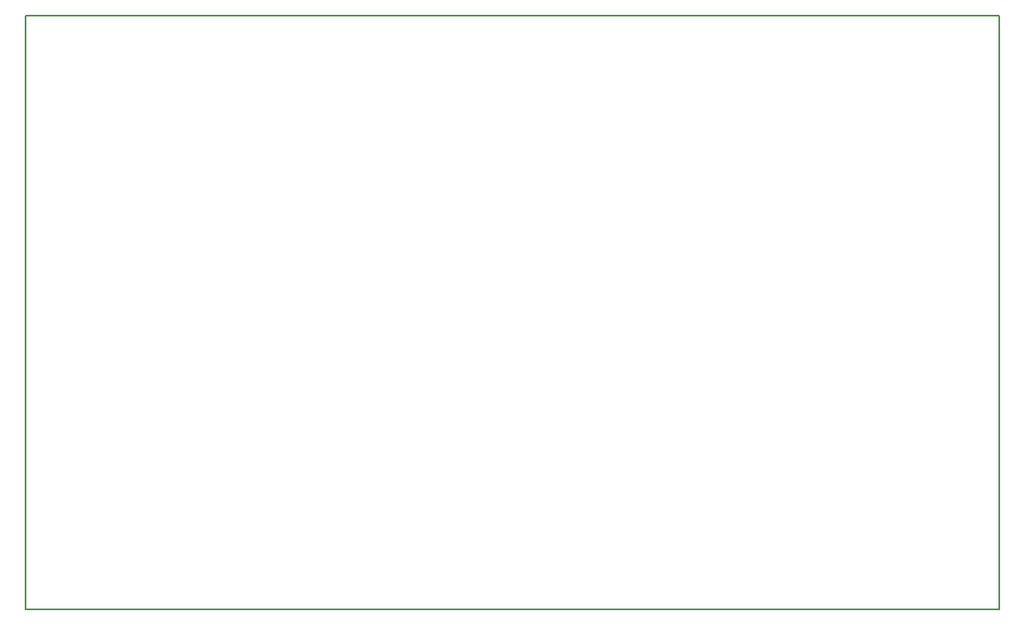
<source format=gm1>
G04*
G04 #@! TF.GenerationSoftware,Altium Limited,Altium Designer,20.0.9 (164)*
G04*
G04 Layer_Color=16711935*
%FSLAX25Y25*%
%MOIN*%
G70*
G01*
G75*
%ADD11C,0.00787*%
D11*
X0Y-9843D02*
X393701D01*
X0D02*
Y230315D01*
X393701D01*
Y-9843D02*
Y230315D01*
M02*

</source>
